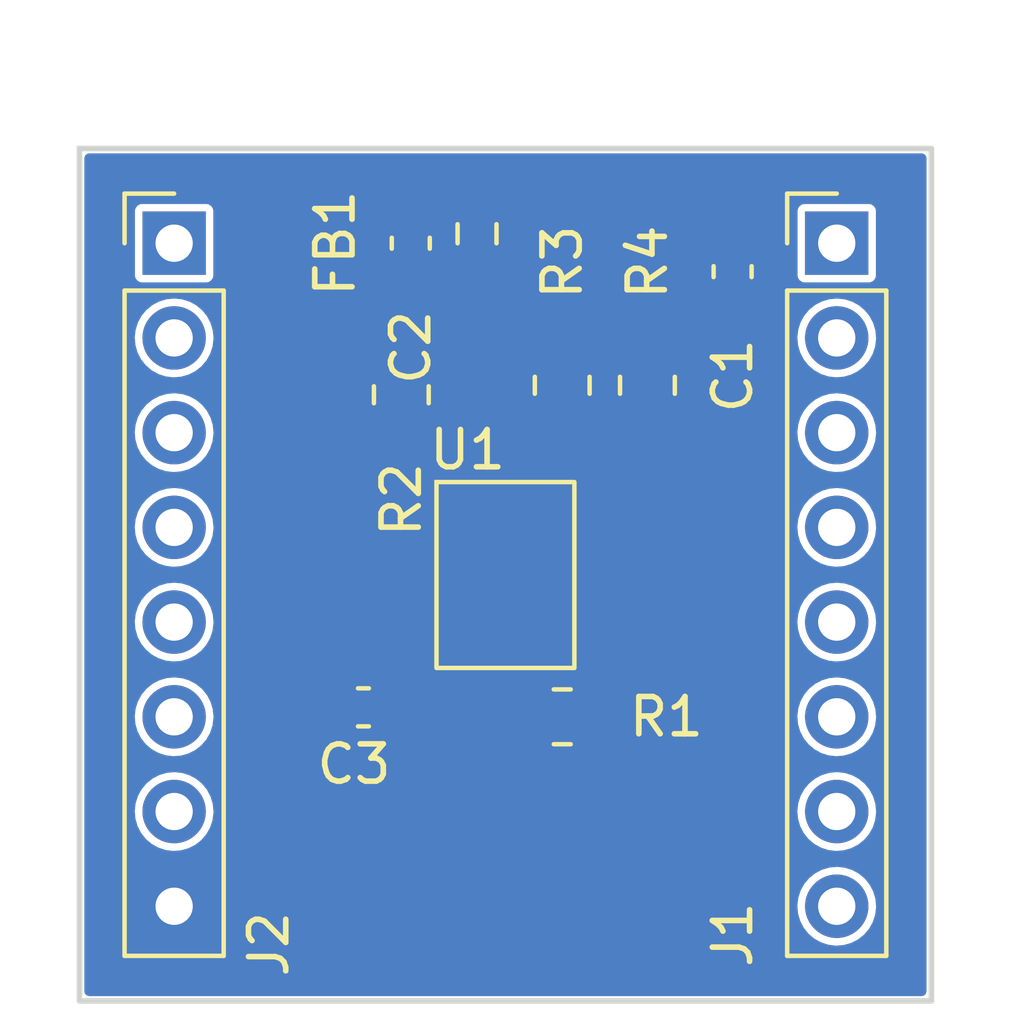
<source format=kicad_pcb>
(kicad_pcb (version 20211014) (generator pcbnew)
  (layers (0 "F.Cu" signal) (31 "B.Cu" signal) (34 "B.Paste" user) (35 "F.Paste" user) (36 "B.SilkS" user "B.Silkscreen") (37 "F.SilkS" user "F.Silkscreen") (38 "B.Mask" user) (39 "F.Mask" user) (44 "Edge.Cuts" user))
  (net 0 "")
  (net 1 "/VIN")
  (net 2 "GND")
  (net 3 "/AVDD")
  (net 4 "/NLDAC")
  (net 5 "/NCLR")
  (net 6 "/SDA")
  (net 7 "/SCL")
  (net 8 "/ADDR0")
  (net 9 "/VOUT_A")
  (net 10 "/VOUT_B")
  (net 11 "/VOUT_C")
  (net 12 "/VOUT_D")
  (net 13 "/VOUT_E")
  (net 14 "/VOUT_F")
  (net 15 "/VOUT_G")
  (net 16 "/VOUT_H")
  (footprint "DAC7578:C_0603_1608Metric_Pad1.08x0.95mm_HandSolder" (layer "F.Cu") (at 186.69 50.8 -90)
    (fp_text reference "C2" (at 2.794 0 90) (layer "F.SilkS"))
    (fp_text value "0.1u")
    (fp_line (start -0.146267 -0.51) (end 0.146267 -0.51) (layer "F.SilkS") (width 0.12))
    (fp_line (start -0.146267 0.51) (end 0.146267 0.51) (layer "F.SilkS") (width 0.12))
    (pad "1" smd rect (at -0.8625 0 270) (size 1.075 0.95) (layers "F.Cu" "F.Paste" "F.Mask") (net 3 "/AVDD"))
    (pad "2" smd rect (at 0.8625 0 270) (size 1.075 0.95) (layers "F.Cu" "F.Paste" "F.Mask") (net 2 "GND"))
  )
  (footprint "DAC7578:C_0603_1608Metric_Pad1.08x0.95mm_HandSolder" (layer "F.Cu") (at 185.42 63.246 180)
    (fp_text reference "C3" (at 0.254 -1.524) (layer "F.SilkS"))
    (fp_text value "0.1u")
    (fp_line (start -0.146267 0.51) (end 0.146267 0.51) (layer "F.SilkS") (width 0.12))
    (fp_line (start -0.146267 -0.51) (end 0.146267 -0.51) (layer "F.SilkS") (width 0.12))
    (pad "1" smd rect (at -0.8625 0 180) (size 1.075 0.95) (layers "F.Cu" "F.Paste" "F.Mask") (net 1 "/VIN"))
    (pad "2" smd rect (at 0.8625 0 180) (size 1.075 0.95) (layers "F.Cu" "F.Paste" "F.Mask") (net 2 "GND"))
  )
  (footprint "DAC7578:R_0805_2012Metric_Pad1.20x1.40mm_HandSolder" (layer "F.Cu") (at 193.04 54.61 -90)
    (fp_text reference "R4" (at -3.302 0 90) (layer "F.SilkS"))
    (fp_text value "3.3k")
    (fp_line (start -0.227064 0.735) (end 0.227064 0.735) (layer "F.SilkS") (width 0.12))
    (fp_line (start -0.227064 -0.735) (end 0.227064 -0.735) (layer "F.SilkS") (width 0.12))
    (pad "1" smd rect (at -1 0 270) (size 1.2 1.4) (layers "F.Cu" "F.Paste" "F.Mask") (net 1 "/VIN"))
    (pad "2" smd rect (at 1 0 270) (size 1.2 1.4) (layers "F.Cu" "F.Paste" "F.Mask") (net 7 "/SCL"))
  )
  (footprint "DAC7578:R_0805_2012Metric_Pad1.20x1.40mm_HandSolder" (layer "F.Cu") (at 190.754 54.61 -90)
    (fp_text reference "R3" (at -3.302 0 90) (layer "F.SilkS"))
    (fp_text value "3.3k")
    (fp_line (start -0.227064 -0.735) (end 0.227064 -0.735) (layer "F.SilkS") (width 0.12))
    (fp_line (start -0.227064 0.735) (end 0.227064 0.735) (layer "F.SilkS") (width 0.12))
    (pad "1" smd rect (at -1 0 270) (size 1.2 1.4) (layers "F.Cu" "F.Paste" "F.Mask") (net 1 "/VIN"))
    (pad "2" smd rect (at 1 0 270) (size 1.2 1.4) (layers "F.Cu" "F.Paste" "F.Mask") (net 6 "/SDA"))
  )
  (footprint "DAC7578:R_0805_2012Metric_Pad1.20x1.40mm_HandSolder" (layer "F.Cu") (at 190.754 63.5)
    (fp_text reference "R1" (at 2.794 0) (layer "F.SilkS"))
    (fp_text value "10k")
    (fp_line (start -0.227064 -0.735) (end 0.227064 -0.735) (layer "F.SilkS") (width 0.12))
    (fp_line (start -0.227064 0.735) (end 0.227064 0.735) (layer "F.SilkS") (width 0.12))
    (pad "1" smd rect (at -1 0) (size 1.2 1.4) (layers "F.Cu" "F.Paste" "F.Mask") (net 1 "/VIN"))
    (pad "2" smd rect (at 1 0) (size 1.2 1.4) (layers "F.Cu" "F.Paste" "F.Mask") (net 5 "/NCLR"))
  )
  (footprint "DAC7578:R_0805_2012Metric_Pad1.20x1.40mm_HandSolder" (layer "F.Cu") (at 186.436 54.864 -90)
    (fp_text reference "R2" (at 2.81 0 90) (layer "F.SilkS"))
    (fp_text value "10k")
    (fp_line (start -0.227064 0.735) (end 0.227064 0.735) (layer "F.SilkS") (width 0.12))
    (fp_line (start -0.227064 -0.735) (end 0.227064 -0.735) (layer "F.SilkS") (width 0.12))
    (pad "1" smd rect (at -1 0 270) (size 1.2 1.4) (layers "F.Cu" "F.Paste" "F.Mask") (net 1 "/VIN"))
    (pad "2" smd rect (at 1 0 270) (size 1.2 1.4) (layers "F.Cu" "F.Paste" "F.Mask") (net 4 "/NLDAC"))
  )
  (footprint "DAC7578:DAC7578" (layer "F.Cu") (at 189.23 59.69)
    (fp_text reference "U1" (at -1.016 -3.35) (layer "F.SilkS"))
    (fp_text value "DAC7578")
    (fp_rect (start -1.85 -2.485) (end 1.85 2.5) (layer "F.SilkS") (width 0.12) (fill none))
    (pad "1" smd rect (at -2.8625 -2.275) (size 1.475 0.4) (layers "F.Cu" "F.Paste" "F.Mask") (net 4 "/NLDAC"))
    (pad "2" smd rect (at -2.8625 -1.625) (size 1.475 0.4) (layers "F.Cu" "F.Paste" "F.Mask") (net 8 "/ADDR0"))
    (pad "3" smd rect (at -2.8625 -0.975) (size 1.475 0.4) (layers "F.Cu" "F.Paste" "F.Mask") (net 3 "/AVDD"))
    (pad "4" smd rect (at -2.8625 -0.325) (size 1.475 0.4) (layers "F.Cu" "F.Paste" "F.Mask") (net 9 "/VOUT_A"))
    (pad "5" smd rect (at -2.8625 0.325) (size 1.475 0.4) (layers "F.Cu" "F.Paste" "F.Mask") (net 11 "/VOUT_C"))
    (pad "6" smd rect (at -2.8625 0.975) (size 1.475 0.4) (layers "F.Cu" "F.Paste" "F.Mask") (net 13 "/VOUT_E"))
    (pad "7" smd rect (at -2.8625 1.625) (size 1.475 0.4) (layers "F.Cu" "F.Paste" "F.Mask") (net 15 "/VOUT_G"))
    (pad "8" smd rect (at -2.8625 2.275) (size 1.475 0.4) (layers "F.Cu" "F.Paste" "F.Mask") (net 1 "/VIN"))
    (pad "9" smd rect (at 2.8625 2.275) (size 1.475 0.4) (layers "F.Cu" "F.Paste" "F.Mask") (net 5 "/NCLR"))
    (pad "10" smd rect (at 2.8625 1.625) (size 1.475 0.4) (layers "F.Cu" "F.Paste" "F.Mask") (net 16 "/VOUT_H"))
    (pad "11" smd rect (at 2.8625 0.975) (size 1.475 0.4) (layers "F.Cu" "F.Paste" "F.Mask") (net 14 "/VOUT_F"))
    (pad "12" smd rect (at 2.8625 0.325) (size 1.475 0.4) (layers "F.Cu" "F.Paste" "F.Mask") (net 12 "/VOUT_D"))
    (pad "13" smd rect (at 2.8625 -0.325) (size 1.475 0.4) (layers "F.Cu" "F.Paste" "F.Mask") (net 10 "/VOUT_B"))
    (pad "14" smd rect (at 2.8625 -0.975) (size 1.475 0.4) (layers "F.Cu" "F.Paste" "F.Mask") (net 2 "GND"))
    (pad "15" smd rect (at 2.8625 -1.625) (size 1.475 0.4) (layers "F.Cu" "F.Paste" "F.Mask") (net 6 "/SDA"))
    (pad "16" smd rect (at 2.8625 -2.275) (size 1.475 0.4) (layers "F.Cu" "F.Paste" "F.Mask") (net 7 "/SCL"))
  )
  (footprint "DAC7578:PinHeader_1x08_P2.54mm_Vertical" (layer "F.Cu") (at 198.12 50.8)
    (fp_text reference "J1" (at -2.794 18.542 90) (layer "F.SilkS"))
    (fp_text value "Conn_01x08")
    (fp_line (start -1.33 0) (end -1.33 -1.33) (layer "F.SilkS") (width 0.12))
    (fp_line (start -1.33 1.27) (end -1.33 19.11) (layer "F.SilkS") (width 0.12))
    (fp_line (start -1.33 19.11) (end 1.33 19.11) (layer "F.SilkS") (width 0.12))
    (fp_line (start -1.33 -1.33) (end 0 -1.33) (layer "F.SilkS") (width 0.12))
    (fp_line (start -1.33 1.27) (end 1.33 1.27) (layer "F.SilkS") (width 0.12))
    (fp_line (start 1.33 1.27) (end 1.33 19.11) (layer "F.SilkS") (width 0.12))
    (pad "1" thru_hole rect (at 0 0) (size 1.7 1.7) (drill 1) (layers *.Cu *.Mask) (net 1 "/VIN"))
    (pad "2" thru_hole oval (at 0 2.54) (size 1.7 1.7) (drill 1) (layers *.Cu *.Mask) (net 7 "/SCL"))
    (pad "3" thru_hole oval (at 0 5.08) (size 1.7 1.7) (drill 1) (layers *.Cu *.Mask) (net 6 "/SDA"))
    (pad "4" thru_hole oval (at 0 7.62) (size 1.7 1.7) (drill 1) (layers *.Cu *.Mask) (net 10 "/VOUT_B"))
    (pad "5" thru_hole oval (at 0 10.16) (size 1.7 1.7) (drill 1) (layers *.Cu *.Mask) (net 12 "/VOUT_D"))
    (pad "6" thru_hole oval (at 0 12.7) (size 1.7 1.7) (drill 1) (layers *.Cu *.Mask) (net 14 "/VOUT_F"))
    (pad "7" thru_hole oval (at 0 15.24) (size 1.7 1.7) (drill 1) (layers *.Cu *.Mask) (net 16 "/VOUT_H"))
    (pad "8" thru_hole oval (at 0 17.78) (size 1.7 1.7) (drill 1) (layers *.Cu *.Mask) (net 5 "/NCLR"))
  )
  (footprint "DAC7578:C_0603_1608Metric_Pad1.08x0.95mm_HandSolder" (layer "F.Cu") (at 195.326 51.562 -90)
    (fp_text reference "C1" (at 2.794 0 90) (layer "F.SilkS"))
    (fp_text value "10u")
    (fp_line (start -0.146267 -0.51) (end 0.146267 -0.51) (layer "F.SilkS") (width 0.12))
    (fp_line (start -0.146267 0.51) (end 0.146267 0.51) (layer "F.SilkS") (width 0.12))
    (pad "1" smd rect (at -0.8625 0 270) (size 1.075 0.95) (layers "F.Cu" "F.Paste" "F.Mask") (net 1 "/VIN"))
    (pad "2" smd rect (at 0.8625 0 270) (size 1.075 0.95) (layers "F.Cu" "F.Paste" "F.Mask") (net 2 "GND"))
  )
  (footprint "DAC7578:R_0603_1608Metric_Pad0.98x0.95mm_HandSolder" (layer "F.Cu") (at 188.468 50.546 -90)
    (fp_text reference "FB1" (at 0.254 3.81 90) (layer "F.SilkS"))
    (fp_text value "150 mOhm @DC")
    (fp_line (start -0.254724 0.5225) (end 0.254724 0.5225) (layer "F.SilkS") (width 0.12))
    (fp_line (start -0.254724 -0.5225) (end 0.254724 -0.5225) (layer "F.SilkS") (width 0.12))
    (pad "1" smd rect (at -0.9125 0 270) (size 0.975 0.95) (layers "F.Cu" "F.Paste" "F.Mask") (net 1 "/VIN"))
    (pad "2" smd rect (at 0.9125 0 270) (size 0.975 0.95) (layers "F.Cu" "F.Paste" "F.Mask") (net 3 "/AVDD"))
  )
  (footprint "DAC7578:PinHeader_1x08_P2.54mm_Vertical" (layer "F.Cu") (at 180.34 50.8)
    (fp_text reference "J2" (at 2.54 18.796 90) (layer "F.SilkS"))
    (fp_text value "Conn_01x08")
    (fp_line (start -1.33 1.27) (end 1.33 1.27) (layer "F.SilkS") (width 0.12))
    (fp_line (start -1.33 -1.33) (end 0 -1.33) (layer "F.SilkS") (width 0.12))
    (fp_line (start -1.33 0) (end -1.33 -1.33) (layer "F.SilkS") (width 0.12))
    (fp_line (start 1.33 1.27) (end 1.33 19.11) (layer "F.SilkS") (width 0.12))
    (fp_line (start -1.33 1.27) (end -1.33 19.11) (layer "F.SilkS") (width 0.12))
    (fp_line (start -1.33 19.11) (end 1.33 19.11) (layer "F.SilkS") (width 0.12))
    (pad "1" thru_hole rect (at 0 0) (size 1.7 1.7) (drill 1) (layers *.Cu *.Mask) (net 4 "/NLDAC"))
    (pad "2" thru_hole oval (at 0 2.54) (size 1.7 1.7) (drill 1) (layers *.Cu *.Mask) (net 8 "/ADDR0"))
    (pad "3" thru_hole oval (at 0 5.08) (size 1.7 1.7) (drill 1) (layers *.Cu *.Mask))
    (pad "4" thru_hole oval (at 0 7.62) (size 1.7 1.7) (drill 1) (layers *.Cu *.Mask) (net 9 "/VOUT_A"))
    (pad "5" thru_hole oval (at 0 10.16) (size 1.7 1.7) (drill 1) (layers *.Cu *.Mask) (net 11 "/VOUT_C"))
    (pad "6" thru_hole oval (at 0 12.7) (size 1.7 1.7) (drill 1) (layers *.Cu *.Mask) (net 13 "/VOUT_E"))
    (pad "7" thru_hole oval (at 0 15.24) (size 1.7 1.7) (drill 1) (layers *.Cu *.Mask) (net 15 "/VOUT_G"))
    (pad "8" thru_hole oval (at 0 17.78) (size 1.7 1.7) (drill 1) (layers *.Cu *.Mask) (net 2 "GND"))
  )
  (gr_rect (start 177.8 48.26) (end 200.66 71.12) (layer "Edge.Cuts") (width 0.15) (fill none))
  (zone (net 2) (net_name "GND") (layer "B.Cu") (connect_pads yes (clearance 0.13)) (min_thickness 0.254) (fill yes (thermal_gap 0.508) (thermal_bridge_width 0.508))
    (polygon (pts (xy 177.8 48.26) (xy 200.66 48.26) (xy 200.66 71.12) (xy 177.8 71.12)))
  )
)
</source>
